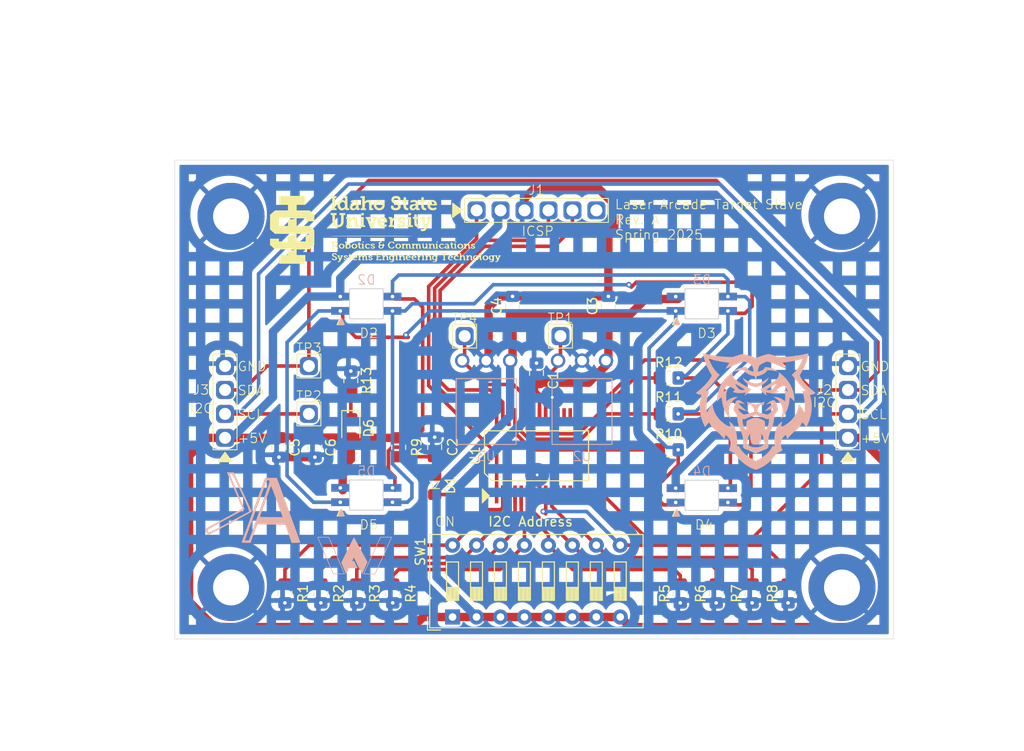
<source format=kicad_pcb>
(kicad_pcb (version 20240108) (generator "pcbnew") (generator_version "8.0")
  (title_block (title "Laser Arcade Slave PCB") (date "2025-04-17") (rev "A"))
  (layers (0 "F.Cu" signal) (31 "B.Cu" signal) (34 "B.Paste" user) (35 "F.Paste" user) (36 "B.SilkS" user "B.Silkscreen") (37 "F.SilkS" user "F.Silkscreen") (38 "B.Mask" user) (39 "F.Mask" user) (44 "Edge.Cuts" user))
  (net 0 "")
  (net 1 "+5V")
  (net 2 "Net-(D1-A)")
  (net 3 "Net-(D1-K)")
  (net 4 "Net-(D2-GK)")
  (net 5 "Net-(D2-RK)")
  (net 6 "Net-(D2-BK)")
  (net 7 "Net-(D6-K)")
  (net 9 "RB6")
  (net 10 "RB7")
  (net 11 "Net-(U1-RC4{slash}SDI{slash}SDA)")
  (net 12 "Net-(U1-RC3{slash}SCK{slash}SCL)")
  (net 13 "GND")
  (net 14 "/RA0")
  (net 15 "/RA1")
  (net 16 "/RA2")
  (net 17 "/RA3")
  (net 18 "/RA4")
  (net 19 "/RA5")
  (net 20 "/RA6")
  (net 21 "/RA7")
  (net 22 "Net-(U1-INT{slash}AN12{slash}RB0)")
  (net 27 "Net-(U1-P1C{slash}AN10{slash}RB1)")
  (net 28 "Net-(U1-P1D{slash}AN11{slash}RB4)")
  (net 29 "Net-(U1-PGM{slash}C12IN2-{slash}AN8{slash}RB3)")
  (net 30 "Net-(U1-P1B{slash}AN8{slash}RB2)")
  (footprint "0_AKeller_Footprints:1x1_100mil_Header" (layer "F.Cu") (at 127.127 97.79)
    (property "Reference" "TP3")
    (property "Value" "~")
  )
  (footprint "Capacitor_SMD:C_0805_2012Metric_Pad1.18x1.45mm_HandSolder" (layer "F.Cu") (at 148.717 91.44 90)
    (property "Reference" "C4")
    (property "Value" "1uF")
  )
  (footprint "" (layer "F.Cu") (at 183.642 121.285)
    (property "Reference" "")
    (property "Value" "")
  )
  (footprint "Resistor_SMD:R_0805_2012Metric_Pad1.20x1.40mm_HandSolder" (layer "F.Cu") (at 131.572 99.33 -90)
    (property "Reference" "R13")
    (property "Value" "4.7kΩ")
  )
  (footprint "Capacitor_SMD:C_0805_2012Metric_Pad1.18x1.45mm_HandSolder" (layer "F.Cu") (at 151.257 98.5227 -90)
    (property "Reference" "C1")
    (property "Value" "1uF")
  )
  (footprint "Capacitor_SMD:C_0805_2012Metric_Pad1.18x1.45mm_HandSolder" (layer "F.Cu") (at 123.952 106.4221 -90)
    (property "Reference" "C5")
    (property "Value" "22uF")
  )
  (footprint "0_AKeller_Footprints:1x1_100mil_Header" (layer "F.Cu") (at 143.637 94.615)
    (property "Reference" "TP4")
    (property "Value" "~")
  )
  (footprint "Resistor_SMD:R_0805_2012Metric_Pad1.20x1.40mm_HandSolder" (layer "F.Cu") (at 165.2778 99.06)
    (property "Reference" "R12")
    (property "Value" "90Ω")
  )
  (footprint "Resistor_SMD:R_0805_2012Metric_Pad1.20x1.40mm_HandSolder" (layer "F.Cu") (at 174.117 121.92 90)
    (property "Reference" "R7")
    (property "Value" "330Ω")
  )
  (footprint "2025 Logos:RCET Stacked 1x_33" (layer "F.Cu") (at 135.382 83.185)
    (property "Reference" "G***" (hide yes))
    (property "Value" "LOGO" (hide yes))
  )
  (footprint "0_AKeller_Footprints:M3 Mounting" (layer "F.Cu") (at 183.642 81.915)
    (property "Reference" "REF**" (hide yes))
    (property "Value" "M3 Mounting")
  )
  (footprint "Resistor_SMD:R_0805_2012Metric_Pad1.20x1.40mm_HandSolder" (layer "F.Cu") (at 124.587 121.92 90)
    (property "Reference" "R1")
    (property "Value" "330Ω")
  )
  (footprint "" (layer "F.Cu") (at 118.872 121.285)
    (property "Reference" "")
    (property "Value" "")
  )
  (footprint "Resistor_SMD:R_0805_2012Metric_Pad1.20x1.40mm_HandSolder" (layer "F.Cu") (at 166.497 121.92 90)
    (property "Reference" "R5")
    (property "Value" "330Ω")
  )
  (footprint "" (layer "F.Cu") (at 118.872 81.915)
    (property "Reference" "")
    (property "Value" "")
  )
  (footprint "0_AKeller_Footprints:1x4_100mil_Header" (layer "F.Cu") (at 118.237 101.6 90)
    (property "Reference" "J3")
    (property "Value" "I2C")
  )
  (footprint "Capacitor_SMD:C_0805_2012Metric_Pad1.18x1.45mm_HandSolder" (layer "F.Cu") (at 140.462 106.3791 90)
    (property "Reference" "C2")
    (property "Value" "1uF")
  )
  (footprint "0_AKeller_Footprints:1x4_100mil_Header" (layer "F.Cu") (at 184.277 101.6 90)
    (property "Reference" "J2")
    (property "Value" "I2C")
  )
  (footprint "0_AKeller_Footprints:SSOP-28" (layer "F.Cu") (at 151.257 107.315)
    (property "Reference" "U1")
    (property "Value" "PIC16F1788-IP")
  )
  (footprint "Resistor_SMD:R_0805_2012Metric_Pad1.20x1.40mm_HandSolder" (layer "F.Cu") (at 170.307 121.92 90)
    (property "Reference" "R6")
    (property "Value" "330Ω")
  )
  (footprint "Capacitor_SMD:C_0805_2012Metric_Pad1.18x1.45mm_HandSolder" (layer "F.Cu") (at 127.762 106.4221 -90)
    (property "Reference" "C6")
    (property "Value" "0.1uF")
  )
  (footprint "0_AKeller_Footprints:1x6_100mil_Header" (layer "F.Cu") (at 151.257 81.28)
    (property "Reference" "J1")
    (property "Value" "ICSP")
  )
  (footprint "0_AKeller_Footprints:1x1_100mil_Header" (layer "F.Cu") (at 153.797 94.615)
    (property "Reference" "TP1")
    (property "Value" "~")
  )
  (footprint "0_AKeller_Footprints:Diode_0805" (layer "F.Cu") (at 140.462 110.4048 90)
    (property "Reference" "D1")
    (property "Value" "1N4148")
  )
  (footprint "0_AKeller_Footprints:1x1_100mil_Header" (layer "F.Cu") (at 127.127 102.87)
    (property "Reference" "TP2")
    (property "Value" "~")
  )
  (footprint "Resistor_SMD:R_0805_2012Metric_Pad1.20x1.40mm_HandSolder" (layer "F.Cu") (at 128.397 121.92 90)
    (property "Reference" "R2")
    (property "Value" "330Ω")
  )
  (footprint "Resistor_SMD:R_0805_2012Metric_Pad1.20x1.40mm_HandSolder" (layer "F.Cu") (at 165.2778 102.87 180)
    (property "Reference" "R11")
    (property "Value" "150Ω")
  )
  (footprint "0_AKeller_Footprints:SW_DIP_SPSTx08_Slide_9.78x22.5mm_W7.62mm_P2.54mm" (layer "F.Cu") (at 142.357 124.4175 90)
    (property "Reference" "SW1")
    (property "Value" "I2C Address")
  )
  (footprint "Resistor_SMD:R_0805_2012Metric_Pad1.20x1.40mm_HandSolder" (layer "F.Cu") (at 136.017 121.92 90)
    (property "Reference" "R4")
    (property "Value" "330Ω")
  )
  (footprint "Capacitor_SMD:C_0805_2012Metric_Pad1.18x1.45mm_HandSolder" (layer "F.Cu") (at 158.877 91.44 90)
    (property "Reference" "C3")
    (property "Value" "1uF")
  )
  (footprint "Resistor_SMD:R_0805_2012Metric_Pad1.20x1.40mm_HandSolder" (layer "F.Cu") (at 136.652 106.41 90)
    (property "Reference" "R9")
    (property "Value" "10kΩ")
  )
  (footprint "LED_SMD:LED_0805_2012Metric_Pad1.15x1.40mm_HandSolder" (layer "F.Cu") (at 131.572 104.385 -90)
    (property "Reference" "D6")
    (property "Value" "LED")
  )
  (footprint "Resistor_SMD:R_0805_2012Metric_Pad1.20x1.40mm_HandSolder" (layer "F.Cu") (at 132.207 121.92 90)
    (property "Reference" "R3")
    (property "Value" "330Ω")
  )
  (footprint "Resistor_SMD:R_0805_2012Metric_Pad1.20x1.40mm_HandSolder" (layer "F.Cu") (at 165.2778 106.68 180)
    (property "Reference" "R10")
    (property "Value" "90Ω")
  )
  (footprint "Resistor_SMD:R_0805_2012Metric_Pad1.20x1.40mm_HandSolder" (layer "F.Cu") (at 177.927 121.92 90)
    (property "Reference" "R8")
    (property "Value" "330Ω")
  )
  (footprint "0_AKeller_Footprints:IN-P32TRRRGB" (layer "B.Cu") (at 133.223 111.4806 180)
    (property "Reference" "D5")
    (property "Value" "IN-P32TRRRGB")
    (fp_rect (start -1.778 1.6002) (end 1.778 -1.6002) (stroke (width 0.1)) (fill none) (layer "Edge.Cuts"))
  )
  (footprint "2025 Logos:Benny _5x_5" (layer "B.Cu") (at 174.498 102.616 180)
    (property "Reference" "G***" (hide yes))
    (property "Value" "LOGO" (hide yes))
  )
  (footprint "2025 Logos:Alex_Logo" (layer "B.Cu") (at 131.953 118.11 180)
    (property "Reference" "G***" (hide yes))
    (property "Value" "LOGO" (hide yes))
  )
  (footprint "0_AKeller_Footprints:IN-P32TRRRGB" (layer "B.Cu") (at 133.223 91.186 180)
    (property "Reference" "D2")
    (property "Value" "IN-P32TRRRGB")
    (fp_rect (start -1.778 1.6002) (end 1.778 -1.6002) (stroke (width 0.1)) (fill none) (layer "Edge.Cuts"))
  )
  (footprint "2025 Logos:AKeller_Logo_0-4x0-3" (layer "B.Cu") (at 121.158 112.776 180)
    (property "Reference" "G***")
    (property "Value" "LOGO" (hide yes))
  )
  (footprint "0_AKeller_Footprints:IN-P32TRRRGB" (layer "B.Cu") (at 168.783 91.186 180)
    (property "Reference" "D3")
    (property "Value" "IN-P32TRRRGB")
    (fp_rect (start -1.778 1.6002) (end 1.778 -1.6002) (stroke (width 0.1)) (fill none) (layer "Edge.Cuts"))
  )
  (footprint "0_AKeller_Footprints:IR Receiver" (layer "B.Cu") (at 156.083 97.2185)
    (property "Reference" "U2")
    (property "Value" "TSSP4038")
  )
  (footprint "0_AKeller_Footprints:IN-P32TRRRGB" (layer "B.Cu") (at 168.783 111.506 180)
    (property "Reference" "D4")
    (property "Value" "IN-P32TRRRGB")
    (fp_rect (start -1.778 1.6002) (end 1.778 -1.6002) (stroke (width 0.1)) (fill none) (layer "Edge.Cuts"))
  )
  (footprint "0_AKeller_Footprints:IR Receiver" (layer "B.Cu") (at 145.923 97.2185)
    (property "Reference" "U3")
    (property "Value" "TSOP53456")
  )
  (gr_rect (start 112.903 75.946) (end 189.103 126.746) (stroke (width 0.05)) (fill none) (layer "Edge.Cuts"))
  (gr_text "Laser Arcade Target Slave\nRev. A\nSpring 2025" (at 159.512 84.455 0) (layer "F.SilkS") (effects (font (size 1 1) (thickness 0.1)) (justify left bottom)))
  (gr_text "I2C" (at 114.427 102.87 0) (layer "F.SilkS") (effects (font (size 1 1) (thickness 0.1)) (justify left bottom)))
  (gr_text "D4" (at 169.037 114.046 0) (layer "F.SilkS") (effects (font (size 1 1) (thickness 0.1)) (justify top)))
  (gr_text "ICSP" (at 149.606 84.074 0) (layer "F.SilkS") (effects (font (size 1 1) (thickness 0.1)) (justify left bottom)))
  (gr_text "+5V" (at 119.507 106.045 0) (layer "F.SilkS") (effects (font (size 1 1) (thickness 0.1)) (justify left bottom)))
  (gr_text "SDA" (at 119.507 100.965 0) (layer "F.SilkS") (effects (font (size 1 1) (thickness 0.1)) (justify left bottom)))
  (gr_text "+5V" (at 185.547 106.045 0) (layer "F.SilkS") (effects (font (size 1 1) (thickness 0.1)) (justify left bottom)))
  (gr_text "SCL" (at 185.547 103.505 0) (layer "F.SilkS") (effects (font (size 1 1) (thickness 0.1)) (justify left bottom)))
  (gr_text "GND" (at 119.507 98.425 0) (layer "F.SilkS") (effects (font (size 1 1) (thickness 0.1)) (justify left bottom)))
  (gr_text "D5" (at 133.477 114.046 0) (layer "F.SilkS") (effects (font (size 1 1) (thickness 0.1)) (justify top)))
  (gr_text "SCL" (at 119.507 103.505 0) (layer "F.SilkS") (effects (font (size 1 1) (thickness 0.1)) (justify left bottom)))
  (gr_text "GND" (at 185.547 98.425 0) (layer "F.SilkS") (effects (font (size 1 1) (thickness 0.1)) (justify left bottom)))
  (gr_text "D2" (at 133.477 93.726 0) (layer "F.SilkS") (effects (font (size 1 1) (thickness 0.1)) (justify top)))
  (gr_text "SDA" (at 185.547 100.965 0) (layer "F.SilkS") (effects (font (size 1 1) (thickness 0.1)) (justify left bottom)))
  (gr_text "D3" (at 169.291 93.726 0) (layer "F.SilkS") (effects (font (size 1 1) (thickness 0.1)) (justify top)))
  (gr_text "I2C" (at 180.467 102.235 0) (layer "F.SilkS") (effects (font (size 1 1) (thickness 0.1)) (justify left bottom)))
  (segment (start 161.205 125.4855) (end 185.381905 125.4855) (width 0.889) (layer "F.Cu") (net 1))
  (segment (start 131.5466 105.3846) (end 131.572 105.41) (width 0.889) (layer "F.Cu") (net 1))
  (segment (start 185.547 105.41) (end 184.277 105.41) (width 0.889) (layer "F.Cu") (net 1))
  (segment (start 185.381905 125.4855) (end 188.087 122.780405) (width 0.889) (layer "F.Cu") (net 1))
  (segment (start 139.2345 124.4175) (end 138.1665 125.4855) (width 0.889) (layer "F.Cu") (net 1))
  (segment (start 114.427 122.780405) (end 114.427 107.315) (width 0.889) (layer "F.Cu") (net 1))
  (segment (start 123.952 105.3846) (end 127.762 105.3846) (width 0.889) (layer "F.Cu") (net 1))
  (segment (start 136.6266 105.3846) (end 136.652 105.41) (width 0.889) (layer "F.Cu") (net 1))
  (segment (start 127.762 105.3846) (end 131.5466 105.3846) (width 0.889) (layer "F.Cu") (net 1))
  (segment (start 160.137 124.4175) (end 161.205 125.4855) (width 0.889) (layer "F.Cu") (net 1))
  (segment (start 162.814 90.678) (end 161.0145 92.4775) (width 0.889) (layer "F.Cu") (net 1))
  (segment (start 148.717 92.4775) (end 158.877 92.4775) (width 0.889) (layer "F.Cu") (net 1))
  (segment (start 161.0145 92.4775) (end 158.877 92.4775) (width 0.889) (layer "F.Cu") (net 1))
  (segment (start 188.087 107.95) (end 185.547 105.41) (width 0.889) (layer "F.Cu") (net 1))
  (segment (start 142.357 124.4175) (end 144.897 124.4175) (width 0.889) (layer "F.Cu") (net 1))
  (segment (start 130.7084 108.5596) (end 131.572 107.696) (width 0.889) (layer "F.Cu") (net 1))
  (segment (start 131.572 107.696) (end 131.572 105.41) (width 0.889) (layer "F.Cu") (net 1))
  (segment (start 166.2778 110.9886) (end 166.2684 110.998) (width 0.381) (layer "F.Cu") (net 1))
  (segment (start 144.897 124.4175) (end 147.437 124.4175) (width 0.889) (layer "F.Cu") (net 1))
  (segment (start 152.232 101.438774) (end 151.257 100.463774) (width 0.381) (layer "F.Cu") (net 1))
  (segment (start 188.087 122.780405) (end 188.087 107.95) (width 0.889) (layer "F.Cu") (net 1))
  (segment (start 123.9266 105.41) (end 123.952 105.3846) (width 0.889) (layer "F.Cu") (net 1))
  (segment (start 152.232 103.215001) (end 152.232 101.438774) (width 0.381) (layer "F.Cu") (net 1))
  (segment (start 148.717 92.4775) (end 148.717 97.4725) (width 0.889) (layer "F.Cu") (net 1))
  (segment (start 142.357 124.4175) (end 139.2345 124.4175) (width 0.889) (layer "F.Cu") (net 1))
  (segment (start 147.437 124.4175) (end 149.977 124.4175) (width 0.889) (layer "F.Cu") (net 1))
  (segment (start 138.1665 125.4855) (end 117.132095 125.4855) (width 0.889) (layer "F.Cu") (net 1))
  (segment (start 116.332 105.41) (end 118.237 105.41) (width 0.889) (layer "F.Cu") (net 1))
  (segment (start 158.877 92.4775) (end 158.877 97.4725) (width 0.889) (layer "F.Cu") (net 1))
  (segment (start 151.257 100.463774) (end 151.257 99.5602) (width 0.381) (layer "F.Cu") (net 1))
  (segment (start 114.427 107.315) (end 116.332 105.41) (width 0.889) (layer "F.Cu") (net 1))
  (segment (start 152.517 124.4175) (end 155.057 124.4175) (width 0.889) (layer "F.Cu") (net 1))
  (segment (start 149.977 124.4175) (end 152.517 124.4175) (width 0.889) (layer "F.Cu") (net 1))
  (segment (start 131.572 105.41) (end 136.652 105.41) (width 0.889) (layer "F.Cu") (net 1))
  (segment (start 162.814 90.678) (end 166.2684 90.678) (width 0.889) (layer "F.Cu") (net 1))
  (segment (start 156.7893 99.5602) (end 158.877 97.4725) (width 0.889) (layer "F.Cu") (net 1))
  (segment (start 118.237 105.41) (end 123.9266 105.41) (width 0.889) (layer "F.Cu") (net 1))
  (segment (start 155.057 124.4175) (end 157.597 124.4175) (width 0.889) (layer "F.Cu") (net 1))
  (segment (start 151.257 99.5602) (end 156.7893 99.5602) (width 0.889) (layer "F.Cu") (net 1))
  (segment (start 117.132095 125.4855) (end 114.427 122.780405) (width 0.889) (layer "F.Cu") (net 1))
  (segment (start 157.597 124.4175) (end 160.137 124.4175) (width 0.889) (layer "F.Cu") (net 1))
  (segment (start 130.7084 108.5596) (end 130.7084 110.9726) (width 0.889) (layer "F.Cu") (net 1))
  (segment (start 147.193 82.931) (end 143.637 86.487) (width 0.889) (layer "B.Cu") (net 1))
  (segment (start 166.0144 109.1946) (end 166.0144 110.744) (width 0.889) (layer "B.Cu") (net 1))
  (segment (start 184.023 105.156) (end 170.053 105.156) (width 0.889) (layer "B.Cu") (net 1))
  (segment (start 140.6585 110.885168) (end 140.6585 120.179) (width 0.889) (layer "B.Cu") (net 1))
  (segment (start 170.053 105.156) (end 166.0144 109.1946) (width 0.889) (layer "B.Cu") (net 1))
  (segment (start 130.4544 88.478675) (end 130.4544 90.424) (width 0.889) (layer "B.Cu") (net 1))
  (segment (start 119.253 105.156) (end 117.983 105.156) (width 0.889) (layer "B.Cu") (net 1))
  (segment (start 123.317 94.1515) (end 123.317 101.092) (width 0.889) (layer "B.Cu") (net 1))
  (segment (start 123.317 101.092) (end 119.253 105.156) (width 0.889) (layer "B.Cu") (net 1))
  (segment (start 127.0445 90.424) (end 123.317 94.1515) (width 0.889) (layer "B.Cu") (net 1))
  (segment (start 147.193 81.026) (end 147.193 82.931) (width 0.889) (layer "B.Cu") (net 1))
  (segment (start 148.463 97.2185) (end 148.463 103.080668) (width 0.889) (layer "B.Cu") (net 1))
  (segment (start 140.6585 120.179) (end 144.643 124.1635) (width 0.889) (layer "B.Cu") (net 1))
  (segment (start 148.463 103.080668) (end 140.6585 110.885168) (width 0.889) (layer "B.Cu") (net 1))
  (segment (start 143.637 86.487) (end 132.446075 86.487) (width 0.889) (layer "B.Cu") (net 1))
  (segment (start 130.4544 90.424) (end 127.0445 90.424) (width 0.889) (layer "B.Cu") (net 1))
  (segment (start 132.446075 86.487) (end 130.4544 88.478675) (width 0.889) (layer "B.Cu") (net 1))
  (segment (start 140.462 107.4166) (end 140.462 109.3798) (width 0.381) (layer "F.Cu") (net 2))
  (segment (start 140.4554 107.41) (end 140.462 107.4166) (width 0.381) (layer "F.Cu") (net 2))
  (segment (start 136.652 107.41) (end 140.4554 107.41) (width 0.381) (layer "F.Cu") (net 2))
  (segment (start 139.827 89.348342) (end 139.827 99.881658) (width 0.381) (layer "F.Cu") (net 3))
  (segment (start 140.462 111.4298) (end 147.017199 111.4298) (width 0.381) (layer "F.Cu") (net 3))
  (segment (start 147.032 107.086658) (end 147.032 111.414999) (width 0.381) (layer "F.Cu") (net 3))
  (segment (start 147.017199 111.4298) (end 147.032 111.414999) (width 0.381) (layer "F.Cu") (net 3))
  (segment (start 144.907 81.28) (end 144.907 84.268342) (width 0.381) (layer "F.Cu") (net 3))
  (segment (start 144.907 84.268342) (end 139.827 89.348342) (width 0.381) (layer "F.Cu") (net 3))
  (segment (start 139.827 99.881658) (end 147.032 107.086658) (width 0.381) (layer "F.Cu") (net 3))
  (segment (start 174.117 89.535) (end 174.117 91.44) (width 0.381) (layer "F.Cu") (net 4))
  (segment (start 173.99 103.251) (end 169.799 99.06) (width 0.381) (layer "F.Cu") (net 4))
  (segment (start 173.355 92.202) (end 174.117 91.44) (width 0.381) (layer "F.Cu") (net 4))
  (segment (start 172.974 112.522) (end 173.99 111.506) (width 0.381) (layer "F.Cu") (net 4))
  (segment (start 169.799 99.06) (end 166.2778 99.06) (width 0.381) (layer "F.Cu") (net 4))
  (segment (start 173.482 88.9) (end 174.117 89.535) (width 0.381) (layer "F.Cu") (net 4))
  (segment (start 173.99 111.506) (end 173.99 103.251) (width 0.381) (layer "F.Cu") (net 4))
  (segment (start 171.8056 92.202) (end 173.355 92.202) (width 0.381) (layer "F.Cu") (net 4))
  (segment (start 171.8056 112.522) (end 172.974 112.522) (width 0.381) (layer "F.Cu") (net 4))
  (segment (start 161.3065 89.4245) (end 161.831 88.9) (width 0.381) (layer "F.Cu") (net 4))
  (segment (start 161.831 88.9) (end 173.482 88.9) (width 0.381) (layer "F.Cu") (net 4))
  (via (at 161.0525 89.1705) (size 0.6) (drill 0.3) (layers "F.Cu" "B.Cu") (net 4))
  (segment (start 144.653 91.186) (end 138.0871 91.186) (width 0.381) (layer "B.Cu") (net 4))
  (segment (start 161.0525 89.1705) (end 146.6685 89.1705) (width 0.381) (layer "B.Cu") (net 4))
  (segment (start 138.049 111.76) (end 137.5664 112.2426) (width 0.381) (layer "B.Cu") (net 4))
  (segment (start 138.0871 91.186) (end 137.3251 91.948) (width 0.381) (layer "B.Cu") (net 4))
  (segment (start 137.3251 91.948) (end 135.9916 91.948) (width 0.381) (layer "B.Cu") (net 4))
  (segment (start 138.049 110.236) (end 138.049 111.76) (width 0.381) (layer "B.Cu") (net 4))
  (segment (start 171.5516 94.3864) (end 171.0182 94.9198) (width 0.381) (layer "B.Cu") (net 4))
  (segment (start 135.9916 108.1786) (end 138.049 110.236) (width 0.381) (layer "B.Cu") (net 4))
  (segment (start 171.5516 91.948) (end 171.5516 94.3864) (width 0.381) (layer "B.Cu") (net 4))
  (segment (start 171.0182 94.9198) (end 167.132 98.806) (width 0.381) (layer "B.Cu") (net 4))
  (segment (start 146.6685 89.1705) (end 144.653 91.186) (width 0.381) (layer "B.Cu") (net 4))
  (segment (start 135.9916 91.948) (end 135.9916 108.1786) (width 0.381) (layer "B.Cu") (net 4))
  (segment (start 167.132 98.806) (end 166.0238 98.806) (width 0.381) (layer "B.Cu") (net 4))
  (segment (start 137.5664 112.2426) (end 135.9916 112.2426) (width 0.381) (layer "B.Cu") (net 4))
  (segment (start 135.5615 108.8915) (end 135.5615 106.787768) (width 0.381) (layer "F.Cu") (net 5))
  (segment (start 135.5615 106.787768) (end 135.948768 106.4005) (width 0.381) (layer "F.Cu") (net 5))
  (segment (start 137.374232 106.4005) (end 139.192 104.582732) (width 0.381) (layer "F.Cu") (net 5))
  (segment (start 139.192 104.582732) (end 139.192 91.567) (width 0.381) (layer "F.Cu") (net 5))
  (segment (start 139.192 91.567) (end 138.303 90.678) (width 0.381) (layer "F.Cu") (net 5))
  (segment (start 171.8056 105.2576) (end 169.418 102.87) (width 0.381) (layer "F.Cu") (net 5))
  (segment (start 171.8056 110.998) (end 171.8056 105.2576) (width 0.381) (layer "F.Cu") (net 5))
  (segment (start 136.2456 109.5756) (end 135.5615 108.8915) (width 0.381) (layer "F.Cu") (net 5))
  (segment (start 138.303 90.678) (end 136.2456 90.678) (width 0.381) (layer "F.Cu") (net 5))
  (segment (start 169.418 102.87) (end 166.2778 102.87) (width 0.381) (layer "F.Cu") (net 5))
  (segment (start 135.948768 106.4005) (end 137.374232 106.4005) (width 0.381) (layer "F.Cu") (net 5))
  (segment (start 136.2456 110.9726) (end 136.2456 109.5756) (width 0.381) (layer "F.Cu") (net 5))
  (segment (start 168.148 102.616) (end 166.0238 102.616) (width 0.381) (layer "B.Cu") (net 5))
  (segment (start 135.9916 88.7984) (end 136.652 88.138) (width 0.381) (layer "B.Cu") (net 5))
  (segment (start 173.38355 90.424) (end 171.5516 90.424) (width 0.381) (layer "B.Cu") (net 5))
  (segment (start 173.863 96.901) (end 168.148 102.616) (width 0.381) (layer "B.Cu") (net 5))
  (segment (start 171.5516 88.6206) (end 171.069 88.138) (width 0.381) (layer "B.Cu") (net 5))
  (segment (start 136.652 88.138) (end 171.069 88.138) (width 0.381) (layer "B.Cu") (net 5))
  (segment (start 173.38355 90.424) (end 173.863 90.90345) (width 0.381) (layer "B.Cu") (net 5))
  (segment (start 173.863 90.90345) (end 173.863 96.901) (width 0.381) (layer "B.Cu") (net 5))
  (segment (start 135.9916 88.7984) (end 135.9916 90.424) (width 0.381) (layer "B.Cu") (net 5))
  (segment (start 171.5516 90.424) (end 171.5516 88.6206) (width 0.381) (layer "B.Cu") (net 5))
  (segment (start 132.1054 94.742) (end 137.668 94.742) (width 0.381) (layer "F.Cu") (net 6))
  (segment (start 130.7084 92.202) (end 130.7084 93.345) (width 0.381) (layer "F.Cu") (net 6))
  (segment (start 166.2778 108.2962) (end 166.2778 106.68) (width 0.381) (layer "F.Cu") (net 6))
  (segment (start 164.719 112.522) (end 164.211 112.014) (width 0.381) (layer "F.Cu") (net 6))
  (segment (start 164.211 110.363) (end 166.2778 108.2962) (width 0.381) (layer "F.Cu") (net 6))
  (segment (start 130.7084 93.345) (end 132.1054 94.742) (width 0.381) (layer "F.Cu") (net 6))
  (segment (start 164.211 112.014) (end 164.211 110.363) (width 0.381) (layer "F.Cu") (net 6))
  (segment (start 166.2684 112.522) (end 164.719 112.522) (width 0.381) (layer "F.Cu") (net 6))
  (via (at 137.414 94.488) (size 0.6) (drill 0.3) (layers "F.Cu" "B.Cu") (net 6))
  (segment (start 163.195 104.521) (end 165.1 106.426) (width 0.381) (layer "B.Cu") (net 6))
  (segment (start 139.954 91.948) (end 137.414 94.488) (width 0.381) (layer "B.Cu") (net 6))
  (segment (start 166.0144 91.948) (end 139.954 91.948) (width 0.381) (layer "B.Cu") (net 6))
  (segment (start 124.8135 95.2775) (end 124.8135 109.4465) (width 0.381) (layer "B.Cu") (net 6))
  (segment (start 166.0144 93.0656) (end 166.0144 91.948) (width 0.381) (layer "B.Cu") (net 6))
  (segment (start 127.6096 112.2426) (end 124.8135 109.4465) (width 0.381) (layer "B.Cu") (net 6))
  (segment (start 130.4544 112.2426) (end 127.6096 112.2426) (width 0.381) (layer "B.Cu") (net 6))
  (segment (start 163.195 95.885) (end 163.195 104.521) (width 0.381) (layer "B.Cu") (net 6))
  (segment (start 130.4544 91.948) (end 128.143 91.948) (width 0.381) (layer "B.Cu") (net 6))
  (segment (start 128.143 91.948) (end 124.8135 95.2775) (width 0.381) (layer "B.Cu") (net 6))
  (segment (start 163.195 95.885) (end 166.0144 93.0656) (width 0.381) (layer "B.Cu") (net 6))
  (segment (start 165.1 106.426) (end 166.0238 106.426) (width 0.381) (layer "B.Cu") (net 6))
  (segment (start 131.572 103.36) (end 131.572 100.33) (width 0.381) (layer "F.Cu") (net 7))
  (segment (start 141.043 89.775658) (end 145.728658 85.09) (width 0.381) (layer "F.Cu") (net 9))
  (segment (start 145.728658 85.09) (end 153.162 85.09) (width 0.381) (layer "F.Cu") (net 9))
  (segment (start 153.162 85.09) (end 155.067 83.185) (width 0.381) (layer "F.Cu") (net 9))
  (segment (start 147.682 101.648342) (end 146.363658 100.33) (width 0.381) (layer "F.Cu") (net 9))
  (segment (start 146.363658 100.33) (end 141.918658 100.33) (width 0.381) (layer "F.Cu") (net 9))
  (segment (start 141.043 99.454342) (end 141.043 89.775658) (width 0.381) (layer "F.Cu") (net 9))
  (segment (start 147.682 103.215001) (end 147.682 101.648342) (width 0.381) (layer "F.Cu") (net 9))
  (segment (start 141.918658 100.33) (end 141.043 99.454342) (width 0.381) (layer "F.Cu") (net 9))
  (segment (start 155.067 83.185) (end 155.067 81.28) (width 0.381) (layer "F.Cu") (net 9))
  (segment (start 140.462 89.535) (end 145.542 84.455) (width 0.381) (layer "F.Cu") (net 10))
  (segment (start 140.462 99.695) (end 140.462 89.535) (width 0.381) (layer "F.Cu") (net 10))
  (segment (start 141.732 100.965) (end 140.462 99.695) (width 0.381) (layer "F.Cu") (net 10))
  (segment (start 150.622 84.455) (end 152.527 82.55) (width 0.381) (layer "F.Cu") (net 10))
  (segment (start 145.542 84.455) (end 150.622 84.455) (width 0.381) (layer "F.Cu") (net 10))
  (segment (start 147.032 103.215001) (end 147.032 101.82) (width 0.381) (layer "F.Cu") (net 10))
  (segment (start 152.527 82.55) (end 152.527 81.28) (width 0.381) (layer "F.Cu") (net 10))
  (segment (start 146.177 100.965) (end 141.732 100.965) (width 0.381) (layer "F.Cu") (net 10))
  (segment (start 147.032 101.82) (end 146.177 100.965) (width 0.381) (layer "F.Cu") (net 10))
  (segment (start 184.277 100.33) (end 185.547 100.33) (width 0.381) (layer "F.Cu") (net 11))
  (segment (start 156.083 101.346) (end 158.537942 101.346) (width 0.381) (layer "F.Cu") (net 11))
  (segment (start 118.237 100.33) (end 120.142 100.33) (width 0.381) (layer "F.Cu") (net 11))
  (segment (start 170.307 78.105) (end 133.477 78.105) (width 0.381) (layer "F.Cu") (net 11))
  (segment (start 122.682 97.79) (end 127.127 97.79) (width 0.381) (layer "F.Cu") (net 11))
  (segment (start 127.127 84.455) (end 127.127 97.79) (width 0.381) (layer "F.Cu") (net 11))
  (segment (start 185.547 100.33) (end 187.452 98.425) (width 0.381) (layer "F.Cu") (net 11))
  (segment (start 155.482 101.947) (end 156.083 101.346) (width 0.381) (layer "F.Cu") (net 11))
  (segment (start 177.292 97.155) (end 180.467 100.33) (width 0.381) (layer "F.Cu") (net 11))
  (segment (start 155.482 103.215001) (end 155.482 101.947) (width 0.381) (layer "F.Cu") (net 11))
  (segment (start 120.142 100.33) (end 122.682 97.79) (width 0.381) (layer "F.Cu") (net 11))
  (segment (start 187.452 95.25) (end 170.307 78.105) (width 0.381) (layer "F.Cu") (net 11))
  (segment (start 162.728942 97.155) (end 177.292 97.155) (width 0.381) (layer "F.Cu") (net 11))
  (segment (start 158.537942 101.346) (end 162.728942 97.155) (width 0.381) (layer "F.Cu") (net 11))
  (segment (start 180.467 100.33) (end 184.277 100.33) (width 0.381) (layer "F.Cu") (net 11))
  (segment (start 133.477 78.105) (end 127.127 84.455) (width 0.381) (layer "F.Cu") (net 11))
  (segment (start 187.452 98.425) (end 187.452 95.25) (width 0.381) (layer "F.Cu") (net 11))
  (segment (start 181.483 103.759) (end 182.372 102.87) (width 0.381) (layer "F.Cu") (net 12))
  (segment (start 181.483 108.712) (end 181.483 103.759) (width 0.381) (layer "F.Cu") (net 12))
  (segment (start 173.9785 116.2165) (end 181.483 108.712) (width 0.381) (layer "F.Cu") (net 12))
  (segment (start 163.0795 116.2165) (end 173.9785 116.2165) (width 0.381) (layer "F.Cu") (net 12))
  (segment (start 155.482 111.414999) (end 158.277999 111.414999) (width 0.381) (layer "F.Cu") (net 12))
  (segment (start 182.372 102.87) (end 184.277 102.87) (width 0.381) (layer "F.Cu") (net 12))
  (segment (start 118.237 102.87) (end 127.127 102.87) (width 0.381) (layer "F.Cu") (net 12))
  (segment (start 158.277999 111.414999) (end 163.0795 116.2165) (width 0.381) (layer "F.Cu") (net 12))
  (segment (start 121.793 100.711) (end 119.888 102.616) (width 0.381) (layer "B.Cu") (net 12))
  (segment (start 119.888 102.616) (end 117.983 102.616) (width 0.381) (layer "B.Cu") (net 12))
  (segment (start 170.688 78.486) (end 131.318 78.486) (width 0.381) (layer "B.Cu") (net 12))
  (segment (start 131.318 78.486) (end 121.793 88.011) (width 0.381) (layer "B.Cu") (net 12))
  (segment (start 185.928 102.616) (end 187.198 101.346) (width 0.381) (layer "B.Cu") (net 12))
  (segment (start 121.793 88.011) (end 121.793 100.711) (width 0.381) (layer "B.Cu") (net 12))
  (segment (start 187.198 94.996) (end 170.688 78.486) (width 0.381) (layer "B.Cu") (net 12))
  (segment (start 187.198 101.346) (end 187.198 94.996) (width 0.381) (layer "B.Cu") (net 12))
  (segment (start 184.023 102.616) (end 185.928 102.616) (width 0.381) (layer "B.Cu") (net 12))
  (segment (start 151.582 111.414999) (end 151.582 109.5958) (width 0.381) (layer "F.Cu") (net 13))
  (segment (start 157.811406 78.94) (end 159.512 80.640594) (width 0.889) (layer "F.Cu") (net 13))
  (segment (start 146.177 91.567) (end 146.177 97.4725) (width 0.889) (layer "F.Cu") (net 13))
  (segment (start 148.717 90.4025) (end 158.877 90.4025) (width 0.889) (layer "F.Cu") (net 13))
  (segment (start 152.882 101.6768) (end 153.1874 101.3714) (width 0.381) (layer "F.Cu") (net 13))
  (segment (start 149.987 81.28) (end 149.987 80.01) (width 0.889) (layer "F.Cu") (net 13))
  (segment (start 152.882 103.215001) (end 152.882 101.6768) (width 0.381) (layer "F.Cu") (net 13))
  (segment (start 151.057 78.94) (end 157.811406 78.94) (width 0.889) (layer "F.Cu") (net 13))
  (segment (start 159.512 83.185) (end 158.877 83.82) (width 0.889) (layer "F.Cu") (net 13))
  (segment (start 123.952 107.4596) (end 127.762 107.4596) (width 0.889) (layer "F.Cu") (net 13))
  (segment (start 149.987 80.01) (end 151.057 78.94) (width 0.889) (layer "F.Cu") (net 13))
  (segment (start 158.877 83.82) (end 158.877 90.4025) (width 0.889) (layer "F.Cu") (net 13))
  (segment (start 148.717 90.4025) (end 147.3415 90.4025) (width 0.889) (layer "F.Cu") (net 13))
  (segment (start 159.512 80.640594) (end 159.512 83.185) (width 0.889) (layer "F.Cu") (net 13))
  (segment (start 147.3415 90.4025) (end 146.177 91.567) (width 0.889) (layer "F.Cu") (net 13))
  (via (at 151.328 109.3418) (size 0.6) (drill 0.3) (layers "F.Cu" "B.Cu") (net 13))
  (via (at 152.9334 101.1174) (size 0.6) (drill 0.3) (layers "F.Cu" "B.Cu") (net 13))
  (segment (start 124.587 119.38) (end 127.1695 116.7975) (width 0.381) (layer "F.Cu") (net 14))
  (segment (start 147.682 112.795) (end 147.447 113.03) (width 0.381) (layer "F.Cu") (net 14))
  (segment (start 127.1695 116.7975) (end 142.357 116.7975) (width 0.381) (layer "F.Cu") (net 14))
  (segment (start 147.682 111.414999) (end 147.682 112.795) (width 0.381) (layer "F.Cu") (net 14))
  (segment (start 147.447 113.03) (end 146.1245 113.03) (width 0.381) (layer "F.Cu") (net 14))
  (segment (start 146.1245 113.03) (end 142.357 116.7975) (width 0.381) (layer "F.Cu") (net 14))
  (segment (start 124.587 120.92) (end 124.587 119.38) (width 0.381) (layer "F.Cu") (net 14))
  (segment (start 142.113 116.5335) (end 142.103 116.5435) (width 0.381) (layer "B.Cu") (net 14))
  (segment (start 128.397 120.92) (end 128.397 119.38) (width 0.381) (layer "F.Cu") (net 15))
  (segment (start 148.332 111.414999) (end 148.332 113.3625) (width 0.381) (layer "F.Cu") (net 15))
  (segment (start 128.397 119.38) (end 129.667 118.11) (width 0.381) (layer "F.Cu") (net 15))
  (segment (start 129.667 118.11) (end 143.5845 118.11) (width 0.381) (layer "F.Cu") (net 15))
  (segment (start 143.5845 118.11) (end 144.897 116.7975) (width 0.381) (layer "F.Cu") (net 15))
  (segment (start 148.332 113.3625) (end 144.897 116.7975) (width 0.381) (layer "F.Cu") (net 15))
  (segment (start 144.653 116.5335) (end 144.643 116.5435) (width 0.381) (layer "B.Cu") (net 15))
  (segment (start 132.207 120.92) (end 132.207 119.38) (width 0.381) (layer "F.Cu") (net 16))
  (segment (start 132.842 118.745) (end 145.4895 118.745) (width 0.381) (layer "F.Cu") (net 16))
  (segment (start 145.4895 118.745) (end 147.437 116.7975) (width 0.381) (layer "F.Cu") (net 16))
  (segment (start 148.982 115.2525) (end 147.437 116.7975) (width 0.381) (layer "F.Cu") (net 16))
  (segment (start 148.982 111.414999) (end 148.982 115.2525) (width 0.381) (layer "F.Cu") (net 16))
  (segment (start 132.207 119.38) (end 132.842 118.745) (width 0.381) (layer "F.Cu") (net 16))
  (segment (start 147.193 116.5335) (end 147.183 116.5435) (width 0.381) (layer "B.Cu") (net 16))
  (segment (start 149.977 115.052) (end 149.977 116.7975) (width 0.381) (layer "F.Cu") (net 17))
  (segment (start 136.652 119.38) (end 147.3945 119.38) (width 0.381) (layer "F.Cu") (net 17))
  (segment (start 149.632 111.414999) (end 149.632 114.707) (width 0.381) (layer "F.Cu") (net 17))
  (segment (start 147.3945 119.38) (end 149.977 116.7975) (width 0.381) (layer "F.Cu") (net 17))
  (segment (start 136.017 120.015) (end 136.652 119.38) (width 0.381) (layer "F.Cu") (net 17))
  (segment (start 136.017 120.92) (end 136.017 120.015) (width 0.381) (layer "F.Cu") (net 17))
  (segment (start 149.632 114.707) (end 149.977 115.052) (width 0.381) (layer "F.Cu") (net 17))
  (segment (start 149.733 116.5335) (end 149.723 116.5435) (width 0.381) (layer "B.Cu") (net 17))
  (segment (start 165.862 119.38) (end 155.0995 119.38) (width 0.381) (layer "F.Cu") (net 18))
  (segment (start 152.517 115.687) (end 152.517 116.7975) (width 0.381) (layer "F.Cu") (net 18))
  (segment (start 166.497 120.92) (end 166.497 120.015) (width 0.381) (layer "F.Cu") (net 18))
  (segment (start 150.282 113.452) (end 152.517 115.687) (width 0.381) (layer "F.Cu") (net 18))
  (segment (start 150.282 111.414999) (end 150.282 113.452) (width 0.381) (layer "F.Cu") (net 18))
  (segment (start 166.497 120.015) (end 165.862 119.38) (width 0.381) (layer "F.Cu") (net 18))
  (segment (start 155.0995 119.38) (end 152.517 116.7975) (width 0.381) (layer "F.Cu") (net 18))
  (segment (start 152.273 116.5335) (end 152.263 116.5435) (width 0.381) (layer "B.Cu") (net 18))
  (segment (start 169.672 118.745) (end 170.307 119.38) (width 0.381) (layer "F.Cu") (net 19))
  (segment (start 170.307 119.38) (end 170.307 120.92) (width 0.381) (layer "F.Cu") (net 19))
  (segment (start 153.4485 115.189) (end 155.057 116.7975) (width 0.381) (layer "F.Cu") (net 19))
  (segment (start 152.840658 115.189) (end 153.4485 115.189) (width 0.381) (layer "F.Cu") (net 19))
  (segment (start 155.057 116.7975) (end 157.0045 118.745) (width 0.381) (layer "F.Cu") (net 19))
  (segment (start 150.932 111.414999) (end 150.932 113.280342) (width 0.381) (layer "F.Cu") (net 19))
  (segment (start 157.0045 118.745) (end 169.672 118.745) (width 0.381) (layer "F.Cu") (net 19))
  (segment (start 150.932 113.280342) (end 152.840658 115.189) (width 0.381) (layer "F.Cu") (net 19))
  (segment (start 154.813 116.5335) (end 154.803 116.5435) (width 0.381) (layer "B.Cu") (net 19))
  (segment (start 174.117 119.38) (end 172.847 118.11) (width 0.381) (layer "F.Cu") (net 20))
  (segment (start 152.882 112.685999) (end 152.882 111.414999) (width 0.381) (layer "F.Cu") (net 20))
  (segment (start 158.9095 118.11) (end 157.597 116.7975) (width 0.381) (layer "F.Cu") (net 20))
  (segment (start 174.117 120.92) (end 174.117 119.38) (width 0.381) (layer "F.Cu") (net 20))
  (segment (start 157.597 116.7975) (end 155.9885 115.189) (width 0.381) (layer "F.Cu") (net 20))
  (segment (start 172.847 118.11) (end 158.9095 118.11) (width 0.381) (layer "F.Cu") (net 20))
  (segment (start 155.9885 115.189) (end 155.385001 115.189) (width 0.381) (layer "F.Cu") (net 20))
  (segment (start 155.385001 115.189) (end 152.882 112.685999) (width 0.381) (layer "F.Cu") (net 20))
  (segment (start 157.353 116.5335) (end 157.343 116.5435) (width 0.381) (layer "B.Cu") (net 20))
  (segment (start 152.232 111.414999) (end 152.232 113.4774) (width 0.381) (layer "F.Cu") (net 21))
  (segment (start 175.3445 116.7975) (end 160.137 116.7975) (width 0.381) (layer "F.Cu") (net 21))
  (segment (start 177.927 120.92) (end 177.927 119.38) (width 0.381) (layer "F.Cu") (net 21))
  (segment (start 177.927 119.38) (end 175.3445 116.7975) (width 0.381) (layer "F.Cu") (net 21))
  (via (at 151.978 113.2234) (size 0.6) (drill 0.3) (layers "F.Cu" "B.Cu") (net 21))
  (segment (start 159.893 116.5335) (end 159.883 116.5435) (width 0.381) (layer "B.Cu") (net 21))
  (segment (start 156.5629 113.2234) (end 151.978 113.2234) (width 0.381) (layer "B.Cu") (net 21))
  (segment (start 159.883 116.5435) (end 156.5629 113.2234) (width 0.381) (layer "B.Cu") (net 21))
  (segment (start 150.0124 100.040832) (end 151.582 101.610432) (width 0.381) (layer "F.Cu") (net 22))
  (segment (start 150.565368 98.5266) (end 152.7429 98.5266) (width 0.381) (layer "F.Cu") (net 22))
  (segment (start 151.582 101.610432) (end 151.582 103.215001) (width 0.381) (layer "F.Cu") (net 22))
  (segment (start 150.0124 99.079568) (end 150.565368 98.5266) (width 0.381) (layer "F.Cu") (net 22))
  (segment (start 152.7429 98.5266) (end 153.797 97.4725) (width 0.381) (layer "F.Cu") (net 22))
  (segment (start 150.0124 100.040832) (end 150.0124 99.079568) (width 0.381) (layer "F.Cu") (net 22))
  (segment (start 153.797 94.615) (end 153.797 97.4725) (width 0.381) (layer "F.Cu") (net 22))
  (segment (start 150.932 101.884001) (end 148.796999 99.749) (width 0.381) (layer "F.Cu") (net 27))
  (segment (start 148.796999 99.749) (end 145.9135 99.749) (width 0.381) (layer "F.Cu") (net 27))
  (segment (start 145.9135 99.749) (end 143.637 97.4725) (width 0.381) (layer "F.Cu") (net 27))
  (segment (start 150.932 103.215001) (end 150.932 101.884001) (width 0.381) (layer "F.Cu") (net 27))
  (segment (start 143.637 94.615) (end 143.637 97.4725) (width 0.381) (layer "F.Cu") (net 27))
  (segment (start 164.2778 106.68) (end 150.772683 106.68) (width 0.381) (layer "F.Cu") (net 28))
  (segment (start 150.772683 106.68) (end 148.982 104.889317) (width 0.381) (layer "F.Cu") (net 28))
  (segment (start 148.982 104.889317) (end 148.982 103.215001) (width 0.381) (layer "F.Cu") (net 28))
  (segment (start 158.657258 102.87) (end 155.968058 105.5592) (width 0.381) (layer "F.Cu") (net 29))
  (segment (start 155.968058 105.5592) (end 150.473541 105.5592) (width 0.381) (layer "F.Cu") (net 29))
  (segment (start 164.2778 102.87) (end 158.657258 102.87) (width 0.381) (layer "F.Cu") (net 29))
  (segment (start 149.632 104.717659) (end 149.632 103.215001) (width 0.381) (layer "F.Cu") (net 29))
  (segment (start 150.473541 105.5592) (end 149.632 104.717659) (width 0.381) (layer "F.Cu") (net 29))
  (segment (start 161.6456 99.06) (end 164.2778 99.06) (width 0.381) (layer "F.Cu") (net 30))
  (segment (start 150.282 103.215001) (end 150.282 104.546001) (width 0.381) (layer "F.Cu") (net 30))
  (segment (start 150.282 104.546001) (end 150.714199 104.9782) (width 0.381) (layer "F.Cu") (net 30))
  (segment (start 155.7274 104.9782) (end 161.6456 99.06) (width 0.381) (layer "F.Cu") (net 30))
  (segment (start 150.714199 104.9782) (end 155.7274 104.9782) (width 0.381) (layer "F.Cu") (net 30))
  (zone (net 13) (net_name "GND") (layer "B.Cu") (connect_pads (clearance 0.5)) (min_thickness 0.25) (fill yes (mode hatch) (thermal_gap 0.5) (thermal_bridge_width 0.5) (hatch_thickness 1) (hatch_gap 1.5) (hatch_orientation 0) (hatch_border_algorithm hatch_thickness) (hatch_min_hole_area 0.3))
    (polygon (pts (xy 112.903 75.946) (xy 189.103 75.946) (xy 189.103 126.746) (xy 112.903 126.746)))
  )
)
</source>
